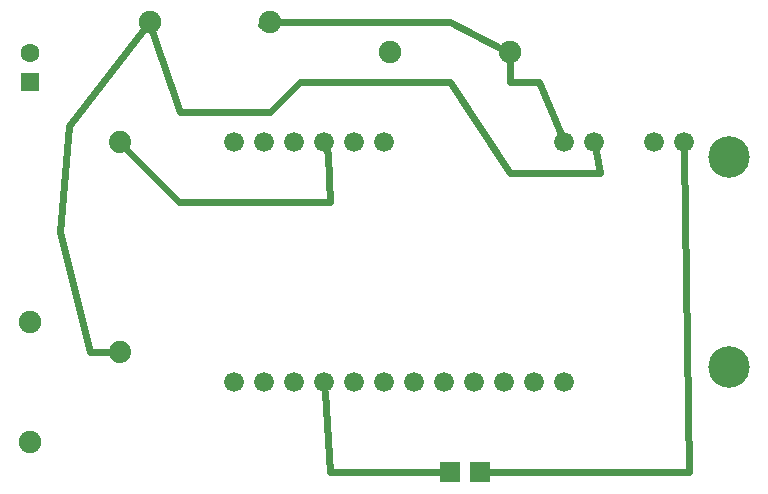
<source format=gtl>
G04 MADE WITH FRITZING*
G04 WWW.FRITZING.ORG*
G04 DOUBLE SIDED*
G04 HOLES PLATED*
G04 CONTOUR ON CENTER OF CONTOUR VECTOR*
%ASAXBY*%
%FSLAX23Y23*%
%MOIN*%
%OFA0B0*%
%SFA1.0B1.0*%
%ADD10C,0.075000*%
%ADD11C,0.062992*%
%ADD12C,0.074000*%
%ADD13C,0.138425*%
%ADD14C,0.066000*%
%ADD15R,0.066653X0.065331*%
%ADD16R,0.062992X0.062992*%
%ADD17C,0.024000*%
%LNCOPPER1*%
G90*
G70*
G54D10*
X1418Y1506D03*
X1818Y1506D03*
X618Y1606D03*
X1018Y1606D03*
G54D11*
X218Y1406D03*
X218Y1505D03*
G54D10*
X218Y606D03*
X218Y206D03*
G54D12*
X518Y506D03*
X518Y1206D03*
X518Y506D03*
X518Y1206D03*
G54D13*
X2551Y1156D03*
G54D14*
X901Y1206D03*
X1001Y1206D03*
X1101Y1206D03*
X1201Y1206D03*
X1301Y1206D03*
X1401Y1206D03*
G54D13*
X2551Y456D03*
G54D14*
X2001Y1206D03*
X2101Y1206D03*
X2301Y1206D03*
X2401Y1206D03*
X2001Y406D03*
X1901Y406D03*
X1801Y406D03*
X1701Y406D03*
X1601Y406D03*
X1501Y406D03*
X1401Y406D03*
X1301Y406D03*
X1201Y406D03*
X1101Y406D03*
X1001Y406D03*
X901Y406D03*
G54D15*
X1718Y106D03*
G54D16*
X218Y1406D03*
G54D15*
X1618Y106D03*
G54D17*
X990Y1598D02*
X1017Y1606D01*
D02*
X1017Y1606D02*
X1618Y1606D01*
D02*
X1618Y1606D02*
X1792Y1519D01*
D02*
X2106Y1176D02*
X2119Y1105D01*
D02*
X2119Y1105D02*
X1818Y1105D01*
D02*
X1818Y1105D02*
X1618Y1406D01*
D02*
X1618Y1406D02*
X1119Y1406D01*
D02*
X1119Y1406D02*
X1018Y1306D01*
D02*
X1018Y1306D02*
X718Y1306D01*
D02*
X718Y1306D02*
X627Y1579D01*
D02*
X1218Y107D02*
X1202Y375D01*
D02*
X1590Y106D02*
X1218Y107D01*
D02*
X2417Y107D02*
X2401Y1175D01*
D02*
X1746Y106D02*
X2417Y107D01*
D02*
X1989Y1235D02*
X1916Y1406D01*
D02*
X1916Y1406D02*
X1820Y1406D01*
D02*
X1820Y1406D02*
X1819Y1478D01*
D02*
X540Y1184D02*
X716Y1006D01*
D02*
X1212Y1166D02*
X1209Y1177D01*
D02*
X487Y506D02*
X418Y506D01*
D02*
X348Y1262D02*
X600Y1584D01*
D02*
X1218Y1006D02*
X1212Y1166D01*
D02*
X716Y1006D02*
X1218Y1006D01*
D02*
X418Y506D02*
X318Y906D01*
D02*
X318Y906D02*
X348Y1262D01*
G04 End of Copper1*
M02*
</source>
